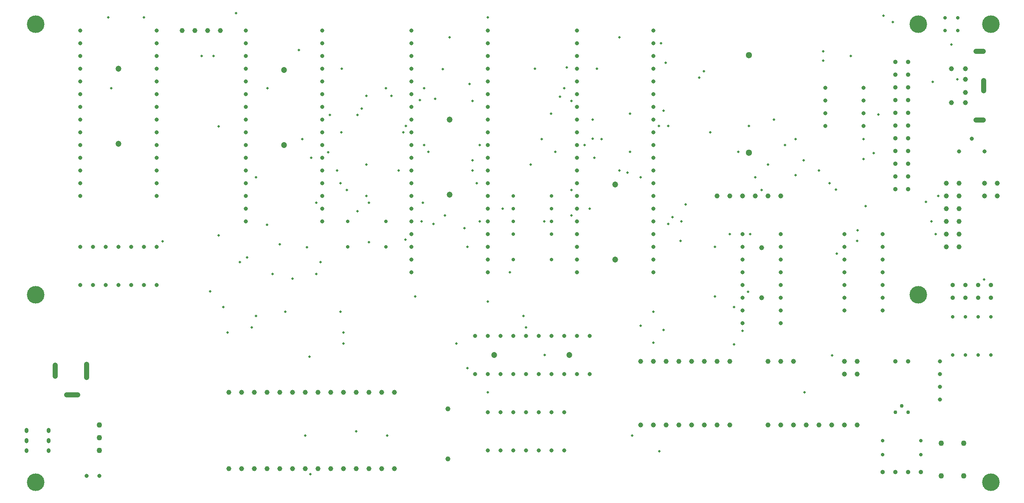
<source format=gbr>
%TF.GenerationSoftware,Novarm,DipTrace,4.3.0.4*%
%TF.CreationDate,2023-05-10T13:11:02+01:00*%
%FSLAX26Y26*%
%MOIN*%
%TF.FileFunction,Plated,1,2,PTH,Drill*%
%TF.Part,Single*%
%TA.AperFunction,ComponentDrill*%
%ADD24C,0.051181*%
%ADD45C,0.03937*%
%TA.AperFunction,ViaDrill*%
%ADD49C,0.019121*%
%TA.AperFunction,ComponentDrill*%
%ADD50C,0.031496*%
%ADD51C,0.027559*%
%ADD52C,0.043307*%
%ADD53C,0.029528*%
%ADD54C,0.137795*%
%ADD55C,0.035433*%
%ADD56C,0.047244*%
%ADD57C,0.03*%
%ADD58C,0.019685*%
G75*
G01*
D50*
X902756Y2094488D3*
X1002756D3*
X1102756D3*
X1202756D3*
X1302756D3*
X1402756D3*
X1502756D3*
Y2394488D3*
X1402756D3*
X1302756D3*
X1202756D3*
X1102756D3*
X1002756D3*
X902756D3*
X2803150Y2593701D3*
Y2693701D3*
Y2793701D3*
Y2893701D3*
Y2993701D3*
Y3093701D3*
Y3193701D3*
Y3293701D3*
Y3393701D3*
Y3493701D3*
Y3593701D3*
Y3693701D3*
Y3793701D3*
Y3893701D3*
Y3993701D3*
Y4093701D3*
X2203150D3*
Y3993701D3*
Y3893701D3*
Y3793701D3*
Y3693701D3*
Y3593701D3*
Y3493701D3*
Y3393701D3*
Y3293701D3*
Y3193701D3*
Y3093701D3*
Y2993701D3*
Y2893701D3*
Y2793701D3*
Y2693701D3*
Y2593701D3*
D51*
X4602756D3*
X4302756D3*
D50*
X4802756Y4093701D3*
Y3993701D3*
Y3893701D3*
Y3793701D3*
Y3693701D3*
Y3593701D3*
Y3493701D3*
Y3393701D3*
Y3293701D3*
Y3193701D3*
Y3093701D3*
Y2993701D3*
Y2893701D3*
Y2793701D3*
Y2693701D3*
Y2593701D3*
Y2493701D3*
Y2393701D3*
Y2293701D3*
Y2193701D3*
X5402756D3*
Y2293701D3*
Y2393701D3*
Y2493701D3*
Y2593701D3*
Y2693701D3*
Y2793701D3*
Y2893701D3*
Y2993701D3*
Y3093701D3*
Y3193701D3*
Y3293701D3*
Y3393701D3*
Y3493701D3*
Y3593701D3*
Y3693701D3*
Y3793701D3*
Y3893701D3*
Y3993701D3*
Y4093701D3*
D45*
X6302756Y993701D3*
X6402756D3*
X6502756D3*
X6602756D3*
X6702756D3*
X6802756D3*
X6902756D3*
X7002756D3*
X6302756Y1493701D3*
X6402756D3*
X6502756D3*
D52*
X7664173Y593701D3*
Y849606D3*
X7841339Y593701D3*
Y849606D3*
D45*
X7002756Y1393701D3*
X6902756D3*
X7002756Y1493701D3*
X6902756D3*
D53*
X7302756Y1093701D3*
X7352756Y1143701D3*
X7402756Y1093701D3*
D45*
X6252756Y1993701D3*
Y2387402D3*
X7702756Y2893701D3*
X7802756D3*
X7702756Y2793701D3*
X7802756D3*
X7702756Y2693701D3*
X7802756D3*
X7702756Y2593701D3*
X7802756D3*
X7702756Y2493701D3*
X7802756D3*
X7702756Y2393701D3*
X7802756D3*
X5902756Y2793701D3*
X6002756D3*
X6102756D3*
X6202756D3*
X6302756D3*
X6402756D3*
D54*
X552756Y4143701D3*
Y2017717D3*
X7481890Y4143701D3*
Y2017717D3*
D55*
X7403150Y3848425D3*
X7303150D3*
X7403150Y3748425D3*
X7303150D3*
X7403150Y3648425D3*
X7303150D3*
X7403150Y3548425D3*
X7303150D3*
X7403150Y3448425D3*
X7303150D3*
X7403150Y3348425D3*
X7303150D3*
X7403150Y3248425D3*
X7303150D3*
X7403150Y3148425D3*
X7303150D3*
X7403150Y3048425D3*
X7303150D3*
X7403150Y2948425D3*
X7303150D3*
X7403150Y2848425D3*
X7303150D3*
D45*
X5302756Y1493701D3*
X5402756D3*
X5502756D3*
X5602756D3*
X5702756D3*
X5802756D3*
X5902756D3*
X6002756D3*
D51*
X7752756Y1843701D3*
Y1543701D3*
D50*
X3502362Y4093701D3*
Y3993701D3*
Y3893701D3*
Y3793701D3*
Y3693701D3*
Y3593701D3*
Y3493701D3*
Y3393701D3*
Y3293701D3*
Y3193701D3*
Y3093701D3*
Y2993701D3*
Y2893701D3*
Y2793701D3*
Y2693701D3*
Y2593701D3*
Y2493701D3*
Y2393701D3*
Y2293701D3*
Y2193701D3*
X4102362D3*
Y2293701D3*
Y2393701D3*
Y2493701D3*
Y2593701D3*
Y2693701D3*
Y2793701D3*
Y2893701D3*
Y2993701D3*
Y3093701D3*
Y3193701D3*
Y3293701D3*
Y3393701D3*
Y3493701D3*
Y3593701D3*
Y3693701D3*
Y3793701D3*
Y3893701D3*
Y3993701D3*
Y4093701D3*
D51*
X3002756Y2593701D3*
X3302756D3*
D56*
X2503150Y3193701D3*
Y3784252D3*
X4152756Y1543701D3*
X4743307D3*
D51*
X8052756D3*
Y1843701D3*
D50*
X6902756Y2493701D3*
Y2393701D3*
Y2293701D3*
Y2193701D3*
Y2093701D3*
Y1993701D3*
Y1893701D3*
X7202756D3*
Y1993701D3*
Y2093701D3*
Y2193701D3*
Y2293701D3*
Y2393701D3*
Y2493701D3*
D51*
Y871654D3*
X7502756D3*
X7692520Y4193701D3*
Y4093701D3*
D45*
X2068898Y650984D3*
X2168898D3*
X2268898D3*
X2368898D3*
X2468898D3*
X2568898D3*
X2668898D3*
X2768898D3*
X2868898D3*
X2968898D3*
X3068898D3*
X3168898D3*
X3268898D3*
X3368898D3*
Y1250984D3*
X3268898D3*
X3168898D3*
X3068898D3*
X2968898D3*
X2868898D3*
X2768898D3*
X2668898D3*
X2568898D3*
X2468898D3*
X2368898D3*
X2268898D3*
X2168898D3*
X2068898D3*
D50*
X4102756Y793701D3*
X4202756D3*
X4302756D3*
X4402756D3*
X4502756D3*
X4602756D3*
X4702756D3*
Y1093701D3*
X4602756D3*
X4502756D3*
X4402756D3*
X4302756D3*
X4202756D3*
X4102756D3*
D45*
X7852756Y3711024D3*
Y3608661D3*
Y3793701D3*
Y3525984D3*
X7742520Y3793701D3*
Y3525984D3*
X7994488Y3390157D2*
X7935433D1*
X7996457Y3699213D2*
Y3620472D1*
X7994488Y3929528D2*
X7935433D1*
D51*
X7792520Y4193701D3*
Y4093701D3*
X4602756Y2793701D3*
X4302756D3*
X7952756Y1843701D3*
Y1543701D3*
D54*
X552756Y543701D3*
D55*
X7302756Y1493701D3*
X7402756D3*
D56*
X1203150Y3793701D3*
Y3203150D3*
D45*
X1702756Y4093701D3*
X1802756D3*
X1902756D3*
X2002756D3*
X5302756Y993701D3*
X5402756D3*
X5502756D3*
X5602756D3*
X5702756D3*
X5802756D3*
X5902756D3*
X6002756D3*
X479528Y877126D2*
D57*
Y867756D1*
X652756Y877126D2*
Y867756D1*
X479528Y955866D2*
Y946496D1*
Y798386D2*
Y789016D1*
X652756Y955866D2*
Y946496D1*
Y798386D2*
Y789016D1*
X952756Y1368110D2*
D45*
Y1470472D1*
X704724Y1375984D2*
Y1462598D1*
X795276Y1230315D2*
X881890D1*
D52*
X1052756Y793701D3*
Y893701D3*
Y993701D3*
D50*
X7652756Y1195276D3*
Y1293701D3*
D51*
X7502756Y760236D3*
X7202756D3*
X4602756Y2293701D3*
X4302756D3*
X4602756Y2493701D3*
X4302756D3*
D50*
X6753150Y3643307D3*
Y3543307D3*
Y3443307D3*
Y3343307D3*
X7053150D3*
Y3443307D3*
Y3543307D3*
Y3643307D3*
X1052756Y593701D3*
X954331D3*
D51*
X7852756Y1843701D3*
Y1543701D3*
D50*
X4002756Y1393701D3*
X4102756D3*
X4202756D3*
X4302756D3*
X4402756D3*
X4502756D3*
X4602756D3*
X4702756D3*
X4802756D3*
X4902756D3*
Y1693701D3*
X4802756D3*
X4702756D3*
X4602756D3*
X4502756D3*
X4402756D3*
X4302756D3*
X4202756D3*
X4102756D3*
X4002756D3*
D45*
X3788091Y725984D3*
Y1119685D3*
D50*
X6102756Y2493701D3*
Y2393701D3*
Y2293701D3*
Y2193701D3*
Y2093701D3*
Y1993701D3*
Y1893701D3*
Y1793701D3*
X6402756D3*
Y1893701D3*
Y1993701D3*
Y2093701D3*
Y2193701D3*
Y2293701D3*
Y2393701D3*
Y2493701D3*
D55*
X7402756Y624606D3*
X7502756D3*
D54*
X8052756Y543701D3*
D55*
X7202756Y624606D3*
X7302756D3*
D50*
X7802756Y3143701D3*
X7902756Y3243701D3*
X8002756Y3143701D3*
D55*
X7752756Y1993701D3*
X7852756D3*
X7952756D3*
X8052756D3*
Y2093701D3*
X7952756D3*
X7852756D3*
X7752756D3*
D58*
X6735433Y3856299D3*
Y3931102D3*
D50*
X1503150Y2793701D3*
Y2893701D3*
Y2993701D3*
Y3093701D3*
Y3193701D3*
Y3293701D3*
Y3393701D3*
Y3493701D3*
Y3593701D3*
Y3693701D3*
Y3793701D3*
Y3893701D3*
Y3993701D3*
Y4093701D3*
X903150D3*
Y3993701D3*
Y3893701D3*
Y3793701D3*
Y3693701D3*
Y3593701D3*
Y3493701D3*
Y3393701D3*
Y3293701D3*
Y3193701D3*
Y3093701D3*
Y2993701D3*
Y2893701D3*
Y2793701D3*
D54*
X8052756Y4143701D3*
D45*
X8002756Y2893701D3*
X8102756D3*
X8002756Y2793701D3*
X8102756D3*
D56*
X5102756Y2293701D3*
Y2884252D3*
D51*
X4602756Y2693701D3*
X4302756D3*
X3002756Y2393701D3*
X3302756D3*
D56*
X3802362Y3393701D3*
Y2803150D3*
D50*
X7652756Y1395276D3*
Y1493701D3*
D24*
X6152756Y3901892D3*
Y3134176D3*
D49*
X7595079Y3691339D3*
X4221059Y2694410D3*
X3750591Y3789193D3*
X6002756Y2493701D3*
X4545351Y2593701D3*
X7002445Y2439965D3*
X4527441Y3239961D3*
X3458988Y3343544D3*
X2953701Y3293701D3*
X3441020D3*
X5763855Y3724331D3*
X2156890Y2275044D3*
X2790437D3*
X2568898Y2144256D3*
X3943174Y2393701D3*
Y1439965D3*
X2703662Y1529178D3*
X3149370Y3039961D3*
Y2793701D3*
X2646772Y3239961D3*
X4041020Y2593701D3*
X4960985Y3793701D3*
X4669008Y3574725D3*
X3959477Y3674729D3*
X3568307Y3547441D3*
X2849410Y3137075D3*
X5450988Y788780D3*
X4634244Y3139961D3*
X3637835D3*
X3312008Y909339D3*
X2668898D3*
X2918937Y2993701D3*
X3981965D3*
Y3074729D3*
Y3539961D3*
X4759382D3*
X3404449Y2993701D3*
X2710048Y607875D3*
X2946772Y2893701D3*
X2996614Y2839961D3*
X2946772Y1885587D3*
X2512008D3*
X2755674Y2179020D3*
X2412008D3*
X2717146Y3093701D3*
X2755674Y2739961D3*
X2212008Y2309808D3*
X3583386Y2593701D3*
X2683981Y2391060D3*
X3918823Y2539965D3*
X6164099Y2493701D3*
X2368898Y2567441D3*
X2468898Y2414099D3*
X5885752Y2393701D3*
Y2004953D3*
X3533544D3*
X1549410Y2437863D3*
X2957323Y3793697D3*
X6350985Y3393701D3*
X4927445D3*
X3114607Y3479331D3*
X1121457Y4196378D3*
X2125122Y4231142D3*
X4926398Y3243544D3*
X5850988Y3293701D3*
X6435591Y3193701D3*
X3603071D3*
X4041020D3*
X4864095D3*
X3149370Y3582205D3*
X3345079D3*
X6583441Y3074725D3*
X7132811Y3129449D3*
X4938233Y3093701D3*
X4438229Y3039961D3*
X6702756Y2993701D3*
X2619607Y3939961D3*
X3690512Y3558938D3*
X6835595Y2843859D3*
X1147075Y3639961D3*
X4995925Y3239961D3*
X4759382Y2639961D3*
X4016729Y2893701D3*
X3168898Y2429662D3*
X1990370Y2484107D3*
X3168898Y2739961D3*
X3592709D3*
X6785752Y2893697D3*
X1990370Y3339961D3*
X2373386Y3639961D3*
X3767599Y2639961D3*
X3079843Y2672367D3*
X5234843Y909339D3*
X3068898Y944103D3*
X3079843Y3429489D3*
X2864488D3*
X3856910Y1634965D3*
X2968898D3*
X2059898Y1720284D3*
X2968898D3*
X7070674Y2713705D3*
X4275508Y2193701D3*
X5302760Y1774729D3*
X6102756Y1732363D3*
X6152756Y3343304D3*
X4549016Y1543701D3*
X3801772Y4039961D3*
X4703772Y3639961D3*
X5483780Y3463225D3*
X7168937Y3434371D3*
X5199528Y2976398D3*
X6520933Y3239961D3*
Y2958938D3*
X7053150Y3083189D3*
X4599481Y3439961D3*
X4759382Y2839961D3*
X7053150Y3239961D3*
X4102756Y1965583D3*
X6146130Y2039965D3*
X6841422Y2339961D3*
X6590359Y1249020D3*
X4102756D3*
X5219213Y3139961D3*
X6070670D3*
X5301681Y2939961D3*
X6202756D3*
X3302756Y3639961D3*
X3603551D3*
X4903465Y2694410D3*
X6951744Y3894686D3*
X5464095Y3993701D3*
X6252599Y2841930D3*
X7639449Y2793701D3*
X7284095Y4159646D3*
X7210638Y4209489D3*
X4721737Y3805197D3*
X5657599Y2728465D3*
X7543229Y2748469D3*
X5622835Y2594414D3*
X7585004D3*
X5553307Y2626851D3*
X5446130Y3343863D3*
X5518544D3*
Y2574729D3*
X7619764Y2493701D3*
X4472992Y3793701D3*
X5137520Y4039961D3*
X7742520Y3983662D3*
X5219441Y3439961D3*
X7788780Y3711024D3*
X2025134Y1920351D3*
X6037524D3*
Y1628284D3*
X7999016Y2137075D3*
X1857209Y3893701D3*
X1950988D3*
X3677457Y2574729D3*
X3456099Y2449347D3*
X5137520Y2993701D3*
X6302756Y3039961D3*
X1922441Y2044256D3*
X5402756Y1885587D3*
X2284174Y1850823D3*
Y2939961D3*
X5402756Y1640473D3*
X4383780Y1850823D3*
X5616225Y2441540D3*
X7006886Y2524886D3*
X1404244Y4196378D3*
X4102363D3*
X6805437Y1541930D3*
X5498859Y3839961D3*
X2249410Y1759650D3*
X4402756D3*
X5798618Y3774174D3*
X5483784Y1739965D3*
M02*

</source>
